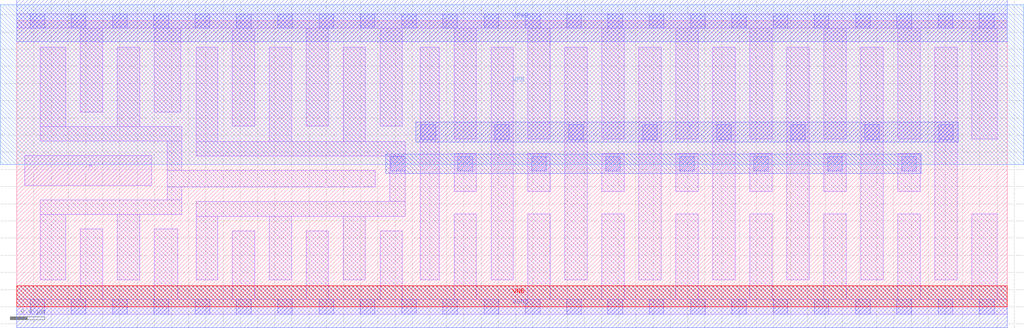
<source format=lef>
# Copyright 2020 The SkyWater PDK Authors
#
# Licensed under the Apache License, Version 2.0 (the "License");
# you may not use this file except in compliance with the License.
# You may obtain a copy of the License at
#
#     https://www.apache.org/licenses/LICENSE-2.0
#
# Unless required by applicable law or agreed to in writing, software
# distributed under the License is distributed on an "AS IS" BASIS,
# WITHOUT WARRANTIES OR CONDITIONS OF ANY KIND, either express or implied.
# See the License for the specific language governing permissions and
# limitations under the License.
#
# SPDX-License-Identifier: Apache-2.0

VERSION 5.7 ;
  NOWIREEXTENSIONATPIN ON ;
  DIVIDERCHAR "/" ;
  BUSBITCHARS "[]" ;
MACRO sky130_fd_sc_lp__bufinv_16
  CLASS CORE ;
  FOREIGN sky130_fd_sc_lp__bufinv_16 ;
  ORIGIN  0.000000  0.000000 ;
  SIZE  11.52000 BY  3.330000 ;
  SYMMETRY X Y R90 ;
  SITE unit ;
  PIN A
    ANTENNAGATEAREA  0.945000 ;
    DIRECTION INPUT ;
    USE SIGNAL ;
    PORT
      LAYER li1 ;
        RECT 0.095000 1.415000 1.570000 1.760000 ;
    END
  END A
  PIN Y
    ANTENNADIFFAREA  4.704000 ;
    DIRECTION OUTPUT ;
    USE SIGNAL ;
    PORT
      LAYER met1 ;
        RECT 4.640000 1.920000 10.950000 2.150000 ;
    END
  END Y
  PIN VGND
    DIRECTION INOUT ;
    USE GROUND ;
    PORT
      LAYER met1 ;
        RECT 0.000000 -0.245000 11.520000 0.245000 ;
    END
  END VGND
  PIN VNB
    DIRECTION INOUT ;
    USE GROUND ;
    PORT
      LAYER pwell ;
        RECT 0.000000 0.000000 11.520000 0.245000 ;
    END
  END VNB
  PIN VPB
    DIRECTION INOUT ;
    USE POWER ;
    PORT
      LAYER nwell ;
        RECT -0.190000 1.655000 11.710000 3.520000 ;
    END
  END VPB
  PIN VPWR
    DIRECTION INOUT ;
    USE POWER ;
    PORT
      LAYER met1 ;
        RECT 0.000000 3.085000 11.520000 3.575000 ;
    END
  END VPWR
  OBS
    LAYER li1 ;
      RECT  0.000000 -0.085000 11.520000 0.085000 ;
      RECT  0.000000  3.245000 11.520000 3.415000 ;
      RECT  0.275000  0.315000  0.570000 1.075000 ;
      RECT  0.275000  1.075000  1.920000 1.245000 ;
      RECT  0.275000  1.930000  1.920000 2.100000 ;
      RECT  0.275000  2.100000  0.570000 3.025000 ;
      RECT  0.740000  0.085000  1.000000 0.905000 ;
      RECT  0.740000  2.270000  1.000000 3.245000 ;
      RECT  1.170000  0.315000  1.430000 1.075000 ;
      RECT  1.170000  2.100000  1.430000 3.025000 ;
      RECT  1.600000  0.085000  1.870000 0.905000 ;
      RECT  1.600000  2.270000  1.905000 3.245000 ;
      RECT  1.750000  1.245000  1.920000 1.395000 ;
      RECT  1.750000  1.395000  4.170000 1.585000 ;
      RECT  1.750000  1.585000  1.920000 1.930000 ;
      RECT  2.090000  0.315000  2.335000 1.055000 ;
      RECT  2.090000  1.055000  4.520000 1.225000 ;
      RECT  2.090000  1.755000  4.520000 1.925000 ;
      RECT  2.090000  1.925000  2.335000 3.025000 ;
      RECT  2.505000  0.085000  2.765000 0.885000 ;
      RECT  2.505000  2.105000  2.765000 3.245000 ;
      RECT  2.935000  0.315000  3.195000 1.055000 ;
      RECT  2.935000  1.925000  3.195000 3.025000 ;
      RECT  3.365000  0.085000  3.625000 0.885000 ;
      RECT  3.365000  2.105000  3.625000 3.245000 ;
      RECT  3.795000  0.315000  4.055000 1.055000 ;
      RECT  3.795000  1.925000  4.055000 3.025000 ;
      RECT  4.225000  0.085000  4.485000 0.885000 ;
      RECT  4.225000  2.105000  4.485000 3.245000 ;
      RECT  4.340000  1.225000  4.520000 1.755000 ;
      RECT  4.690000  0.315000  4.915000 3.025000 ;
      RECT  5.085000  0.085000  5.345000 1.080000 ;
      RECT  5.085000  1.345000  5.345000 1.785000 ;
      RECT  5.085000  1.955000  5.345000 3.245000 ;
      RECT  5.515000  0.315000  5.775000 3.025000 ;
      RECT  5.945000  0.085000  6.205000 1.080000 ;
      RECT  5.945000  1.345000  6.205000 1.785000 ;
      RECT  5.945000  1.955000  6.205000 3.245000 ;
      RECT  6.375000  0.315000  6.635000 3.025000 ;
      RECT  6.805000  0.085000  7.065000 1.080000 ;
      RECT  6.805000  1.345000  7.065000 1.785000 ;
      RECT  6.805000  1.955000  7.065000 3.245000 ;
      RECT  7.235000  0.315000  7.495000 3.025000 ;
      RECT  7.665000  0.085000  7.925000 1.080000 ;
      RECT  7.665000  1.345000  7.925000 1.785000 ;
      RECT  7.665000  1.955000  7.925000 3.245000 ;
      RECT  8.095000  0.315000  8.355000 3.025000 ;
      RECT  8.525000  0.085000  8.785000 1.080000 ;
      RECT  8.525000  1.345000  8.785000 1.785000 ;
      RECT  8.525000  1.955000  8.785000 3.245000 ;
      RECT  8.955000  0.315000  9.215000 3.025000 ;
      RECT  9.385000  0.085000  9.645000 1.080000 ;
      RECT  9.385000  1.345000  9.645000 1.785000 ;
      RECT  9.385000  1.955000  9.645000 3.245000 ;
      RECT  9.815000  0.315000 10.075000 3.025000 ;
      RECT 10.245000  0.085000 10.505000 1.080000 ;
      RECT 10.245000  1.345000 10.505000 1.785000 ;
      RECT 10.245000  1.955000 10.505000 3.245000 ;
      RECT 10.675000  0.315000 10.935000 3.025000 ;
      RECT 11.105000  0.085000 11.400000 1.080000 ;
      RECT 11.105000  1.955000 11.400000 3.245000 ;
    LAYER mcon ;
      RECT  0.155000 -0.085000  0.325000 0.085000 ;
      RECT  0.155000  3.245000  0.325000 3.415000 ;
      RECT  0.635000 -0.085000  0.805000 0.085000 ;
      RECT  0.635000  3.245000  0.805000 3.415000 ;
      RECT  1.115000 -0.085000  1.285000 0.085000 ;
      RECT  1.115000  3.245000  1.285000 3.415000 ;
      RECT  1.595000 -0.085000  1.765000 0.085000 ;
      RECT  1.595000  3.245000  1.765000 3.415000 ;
      RECT  2.075000 -0.085000  2.245000 0.085000 ;
      RECT  2.075000  3.245000  2.245000 3.415000 ;
      RECT  2.555000 -0.085000  2.725000 0.085000 ;
      RECT  2.555000  3.245000  2.725000 3.415000 ;
      RECT  3.035000 -0.085000  3.205000 0.085000 ;
      RECT  3.035000  3.245000  3.205000 3.415000 ;
      RECT  3.515000 -0.085000  3.685000 0.085000 ;
      RECT  3.515000  3.245000  3.685000 3.415000 ;
      RECT  3.995000 -0.085000  4.165000 0.085000 ;
      RECT  3.995000  3.245000  4.165000 3.415000 ;
      RECT  4.350000  1.580000  4.520000 1.750000 ;
      RECT  4.475000 -0.085000  4.645000 0.085000 ;
      RECT  4.475000  3.245000  4.645000 3.415000 ;
      RECT  4.700000  1.950000  4.870000 2.120000 ;
      RECT  4.955000 -0.085000  5.125000 0.085000 ;
      RECT  4.955000  3.245000  5.125000 3.415000 ;
      RECT  5.130000  1.580000  5.300000 1.750000 ;
      RECT  5.435000 -0.085000  5.605000 0.085000 ;
      RECT  5.435000  3.245000  5.605000 3.415000 ;
      RECT  5.560000  1.950000  5.730000 2.120000 ;
      RECT  5.915000 -0.085000  6.085000 0.085000 ;
      RECT  5.915000  3.245000  6.085000 3.415000 ;
      RECT  5.990000  1.580000  6.160000 1.750000 ;
      RECT  6.395000 -0.085000  6.565000 0.085000 ;
      RECT  6.395000  3.245000  6.565000 3.415000 ;
      RECT  6.420000  1.950000  6.590000 2.120000 ;
      RECT  6.850000  1.580000  7.020000 1.750000 ;
      RECT  6.875000 -0.085000  7.045000 0.085000 ;
      RECT  6.875000  3.245000  7.045000 3.415000 ;
      RECT  7.280000  1.950000  7.450000 2.120000 ;
      RECT  7.355000 -0.085000  7.525000 0.085000 ;
      RECT  7.355000  3.245000  7.525000 3.415000 ;
      RECT  7.710000  1.580000  7.880000 1.750000 ;
      RECT  7.835000 -0.085000  8.005000 0.085000 ;
      RECT  7.835000  3.245000  8.005000 3.415000 ;
      RECT  8.140000  1.950000  8.310000 2.120000 ;
      RECT  8.315000 -0.085000  8.485000 0.085000 ;
      RECT  8.315000  3.245000  8.485000 3.415000 ;
      RECT  8.570000  1.580000  8.740000 1.750000 ;
      RECT  8.795000 -0.085000  8.965000 0.085000 ;
      RECT  8.795000  3.245000  8.965000 3.415000 ;
      RECT  9.000000  1.950000  9.170000 2.120000 ;
      RECT  9.275000 -0.085000  9.445000 0.085000 ;
      RECT  9.275000  3.245000  9.445000 3.415000 ;
      RECT  9.430000  1.580000  9.600000 1.750000 ;
      RECT  9.755000 -0.085000  9.925000 0.085000 ;
      RECT  9.755000  3.245000  9.925000 3.415000 ;
      RECT  9.860000  1.950000 10.030000 2.120000 ;
      RECT 10.235000 -0.085000 10.405000 0.085000 ;
      RECT 10.235000  3.245000 10.405000 3.415000 ;
      RECT 10.290000  1.580000 10.460000 1.750000 ;
      RECT 10.715000 -0.085000 10.885000 0.085000 ;
      RECT 10.715000  3.245000 10.885000 3.415000 ;
      RECT 10.720000  1.950000 10.890000 2.120000 ;
      RECT 11.195000 -0.085000 11.365000 0.085000 ;
      RECT 11.195000  3.245000 11.365000 3.415000 ;
    LAYER met1 ;
      RECT 4.290000 1.550000 10.520000 1.780000 ;
  END
END sky130_fd_sc_lp__bufinv_16
END LIBRARY

</source>
